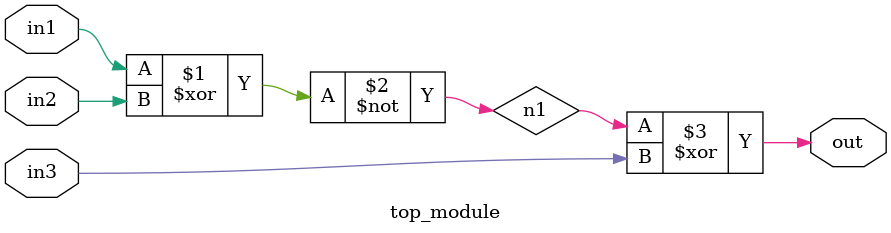
<source format=v>
module top_module (
    input in1,
    input in2,
    input in3,
    output out);
    wire n1;
    assign n1 = ~(in1 ^ in2);
    assign out = n1 ^ in3;

endmodule
</source>
